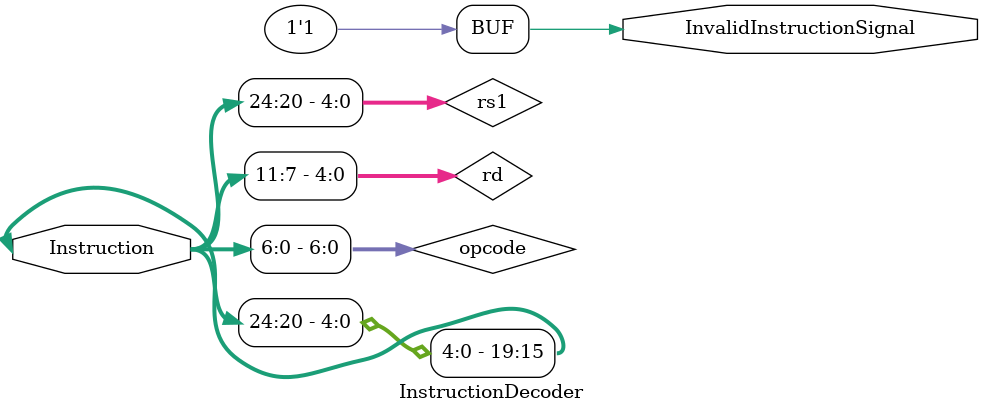
<source format=v>

module InstructionDecoder(

	input wire[31:0] Instruction,




	output reg InvalidInstructionSignal
);


wire [6:0] opcode;
assign opcode = Instruction[6:0];

wire [4:0] rd;
assign rd = Instruction[11:7];

wire [4:0] rs1;
assign rs1 = Instruction[19:15];

wire [4:0] rs2;
assign rs1 = Instruction[24:20];




always @ (Instruction) begin

	case(opcode)
		

		default: begin	
			InvalidInstructionSignal <= 1;		
		end

	endcase
	
end


endmodule

</source>
